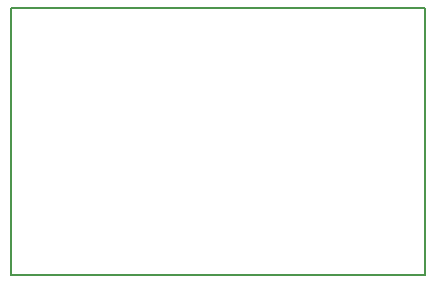
<source format=gbr>
G04 #@! TF.FileFunction,Profile,NP*
%FSLAX46Y46*%
G04 Gerber Fmt 4.6, Leading zero omitted, Abs format (unit mm)*
G04 Created by KiCad (PCBNEW 4.0.7) date Thu Feb 22 23:31:33 2018*
%MOMM*%
%LPD*%
G01*
G04 APERTURE LIST*
%ADD10C,0.020000*%
%ADD11C,0.150000*%
G04 APERTURE END LIST*
D10*
D11*
X78486000Y-61722000D02*
X80962500Y-61722000D01*
X78486000Y-84391500D02*
X78486000Y-61722000D01*
X113538000Y-84391500D02*
X78486000Y-84391500D01*
X113538000Y-61785500D02*
X113538000Y-84391500D01*
X80899000Y-61785500D02*
X113538000Y-61785500D01*
M02*

</source>
